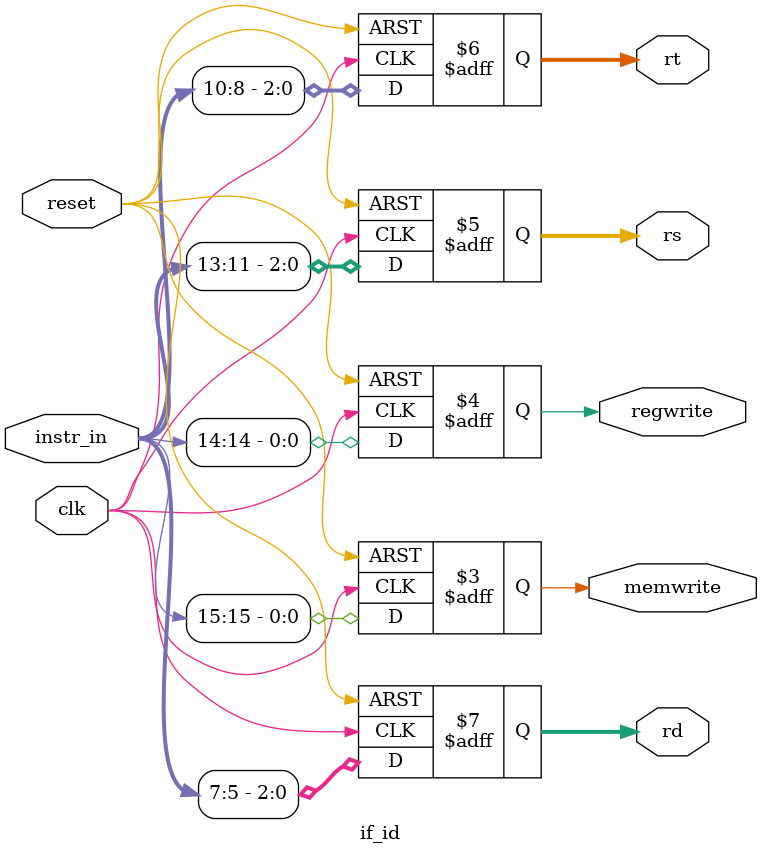
<source format=v>
`timescale 1ns / 1ps

// ===============================
// Instruction Fetch (IF) Stage
// ===============================
`define PIPE_REG_ADDR_WIDTH 3

module if_id (
	input [31:0]								instr_in,
	
	output reg									memwrite,	
	output reg									regwrite,
	output reg [`PIPE_REG_ADDR_WIDTH - 1:0]	rs,
	output reg [`PIPE_REG_ADDR_WIDTH - 1:0]	rt,
	output reg [`PIPE_REG_ADDR_WIDTH - 1:0]	rd,							

   input 										clk,
   input 										reset
);

	always @ (posedge clk, negedge reset)
	begin
		if (reset == 1'b0)
		begin
			memwrite = 1'b0;
			regwrite = 1'b0;
			rs = 3'b000;
			rt = 3'b000;
			rd = 3'b000;
		end
		else
		begin
			memwrite = instr_in[15];
			regwrite = instr_in[14];
			rs = instr_in[13:11];
			rt = instr_in[10:8];
			rd = instr_in[7:5];
		end
	end
		
endmodule

</source>
